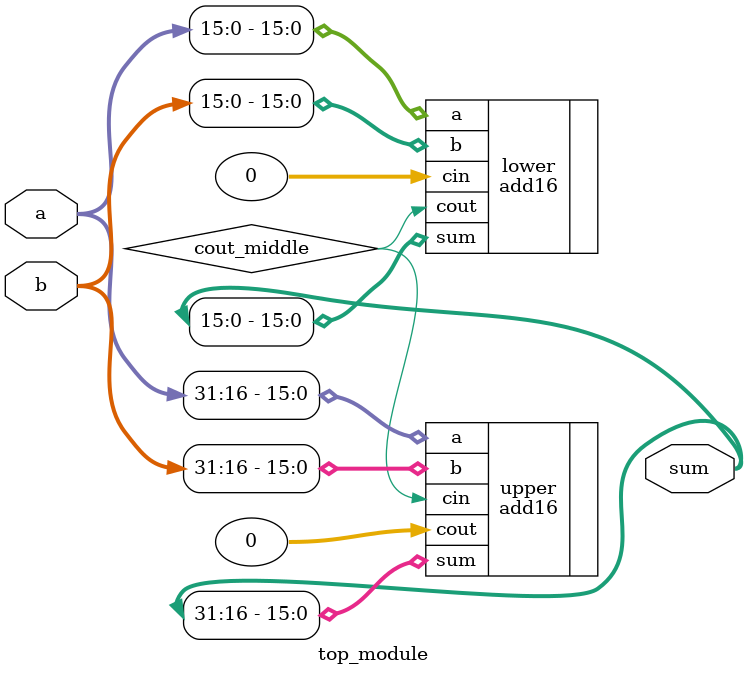
<source format=v>
module top_module(
    input [31:0] a,
    input [31:0] b,
    output [31:0] sum
);
    wire cout_middle;
    add16 lower (.a(a[15:0]), .b(b[15:0]), .cin(0), .sum(sum[15:0]), .cout(cout_middle));
    add16 upper (.a(a[31:16]), .b(b[31:16]), .cin(cout_middle), .sum(sum[31:16]), .cout(0));

endmodule


</source>
